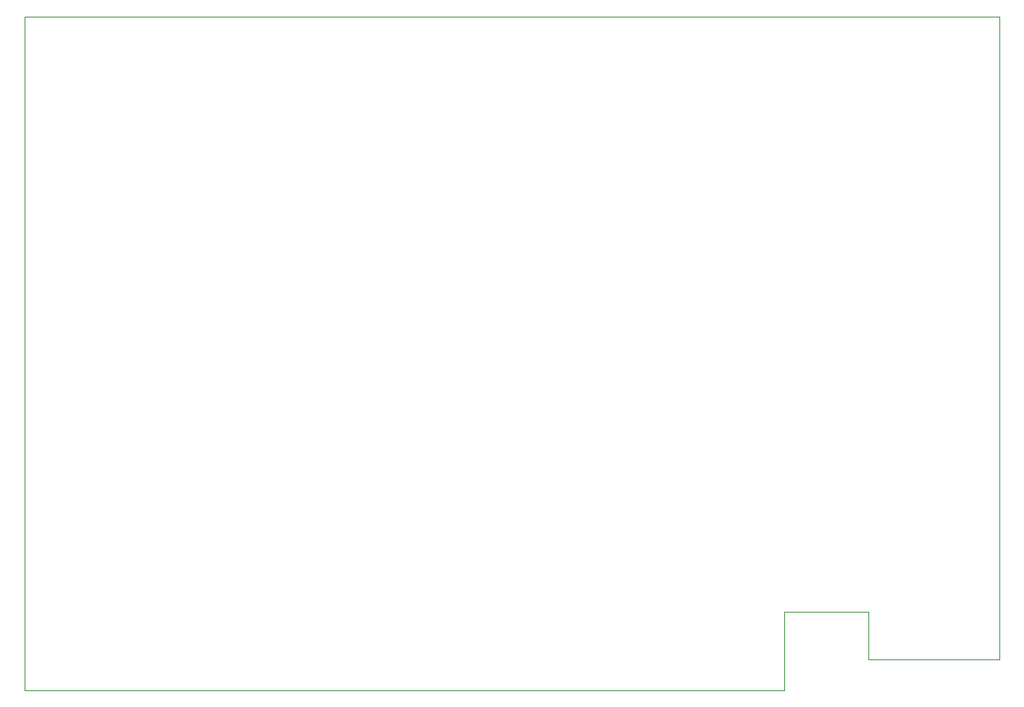
<source format=gko>
G75*
%MOIN*%
%OFA0B0*%
%FSLAX24Y24*%
%IPPOS*%
%LPD*%
%AMOC8*
5,1,8,0,0,1.08239X$1,22.5*
%
%ADD10C,0.0000*%
D10*
X001230Y000100D02*
X033130Y000100D01*
X033130Y003400D01*
X036680Y003400D01*
X036680Y001400D01*
X042180Y001400D01*
X042180Y028396D01*
X001230Y028396D01*
X001230Y000100D01*
M02*

</source>
